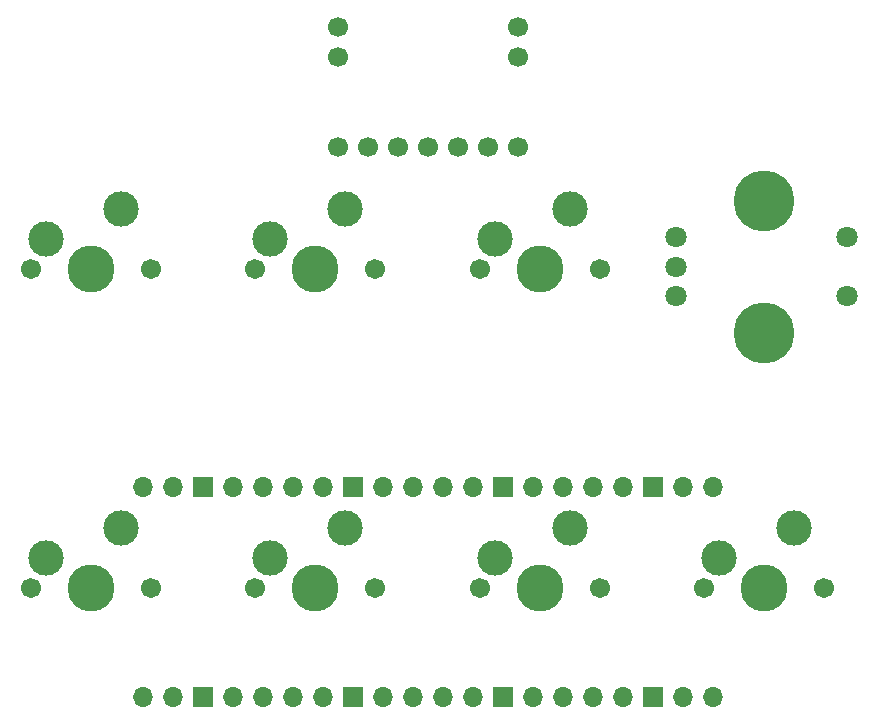
<source format=gbr>
%TF.GenerationSoftware,KiCad,Pcbnew,(6.0.0)*%
%TF.CreationDate,2022-01-03T17:45:39+09:00*%
%TF.ProjectId,MACRO-PAD,4d414352-4f2d-4504-9144-2e6b69636164,v0.2*%
%TF.SameCoordinates,Original*%
%TF.FileFunction,Soldermask,Top*%
%TF.FilePolarity,Negative*%
%FSLAX46Y46*%
G04 Gerber Fmt 4.6, Leading zero omitted, Abs format (unit mm)*
G04 Created by KiCad (PCBNEW (6.0.0)) date 2022-01-03 17:45:39*
%MOMM*%
%LPD*%
G01*
G04 APERTURE LIST*
%ADD10C,1.700000*%
%ADD11C,1.701800*%
%ADD12C,3.000000*%
%ADD13C,3.987800*%
%ADD14C,1.800000*%
%ADD15C,5.161000*%
%ADD16O,1.700000X1.700000*%
%ADD17R,1.700000X1.700000*%
G04 APERTURE END LIST*
D10*
%TO.C,U9*%
X136180000Y-64465310D03*
X136180000Y-67005310D03*
X120940000Y-67005310D03*
X120940000Y-64465310D03*
X136180000Y-74625310D03*
X133640000Y-74625310D03*
X131100000Y-74625310D03*
X128560000Y-74625310D03*
X126020000Y-74625310D03*
X123480000Y-74625310D03*
X120940000Y-74625310D03*
%TD*%
D11*
%TO.C,U7*%
X151980000Y-112005800D03*
X162140000Y-112005800D03*
D12*
X153250000Y-109465800D03*
D13*
X157060000Y-112005800D03*
D12*
X159600000Y-106925800D03*
%TD*%
D11*
%TO.C,U3*%
X132980000Y-85005800D03*
X143140000Y-85005800D03*
D12*
X134250000Y-82465800D03*
D13*
X138060000Y-85005800D03*
D12*
X140600000Y-79925800D03*
%TD*%
D11*
%TO.C,U4*%
X94980000Y-112005800D03*
X105140000Y-112005800D03*
D12*
X96250000Y-109465800D03*
D13*
X100060000Y-112005800D03*
D12*
X102600000Y-106925800D03*
%TD*%
D11*
%TO.C,U6*%
X132980000Y-112005800D03*
X143140000Y-112005800D03*
D12*
X134250000Y-109465800D03*
D13*
X138060000Y-112005800D03*
D12*
X140600000Y-106925800D03*
%TD*%
D14*
%TO.C,U8*%
X164060000Y-82302800D03*
X164060000Y-87302800D03*
X149560000Y-82302800D03*
X149560000Y-87302800D03*
X149560000Y-84802800D03*
D15*
X157060000Y-79202800D03*
X157060000Y-90402800D03*
%TD*%
D11*
%TO.C,U2*%
X113980000Y-85005800D03*
X124140000Y-85005800D03*
D12*
X115250000Y-82465800D03*
D13*
X119060000Y-85005800D03*
D12*
X121600000Y-79925800D03*
%TD*%
D11*
%TO.C,U5*%
X113980000Y-112005800D03*
X124140000Y-112005800D03*
D12*
X115250000Y-109465800D03*
D13*
X119060000Y-112005800D03*
D12*
X121600000Y-106925800D03*
%TD*%
D11*
%TO.C,U1*%
X94980000Y-85005800D03*
X105140000Y-85005800D03*
D12*
X96250000Y-82465800D03*
D13*
X100060000Y-85005800D03*
D12*
X102600000Y-79925800D03*
%TD*%
D16*
%TO.C,J1*%
X152690000Y-121192800D03*
X150150000Y-121192800D03*
D17*
X147610000Y-121192800D03*
D16*
X145070000Y-121192800D03*
X142530000Y-121192800D03*
X139990000Y-121192800D03*
X137450000Y-121192800D03*
D17*
X134910000Y-121192800D03*
D16*
X132370000Y-121192800D03*
X129830000Y-121192800D03*
X127290000Y-121192800D03*
X124750000Y-121192800D03*
D17*
X122210000Y-121192800D03*
D16*
X119670000Y-121192800D03*
X117130000Y-121192800D03*
X114590000Y-121192800D03*
X112050000Y-121192800D03*
D17*
X109510000Y-121192800D03*
D16*
X106970000Y-121192800D03*
X104430000Y-121192800D03*
X104430000Y-103412800D03*
X106970000Y-103412800D03*
D17*
X109510000Y-103412800D03*
D16*
X112050000Y-103412800D03*
X114590000Y-103412800D03*
X117130000Y-103412800D03*
X119670000Y-103412800D03*
D17*
X122210000Y-103412800D03*
D16*
X124750000Y-103412800D03*
X127290000Y-103412800D03*
X129830000Y-103412800D03*
X132370000Y-103412800D03*
D17*
X134910000Y-103412800D03*
D16*
X137450000Y-103412800D03*
X139990000Y-103412800D03*
X142530000Y-103412800D03*
X145070000Y-103412800D03*
D17*
X147610000Y-103412800D03*
D16*
X150150000Y-103412800D03*
X152690000Y-103412800D03*
%TD*%
M02*

</source>
